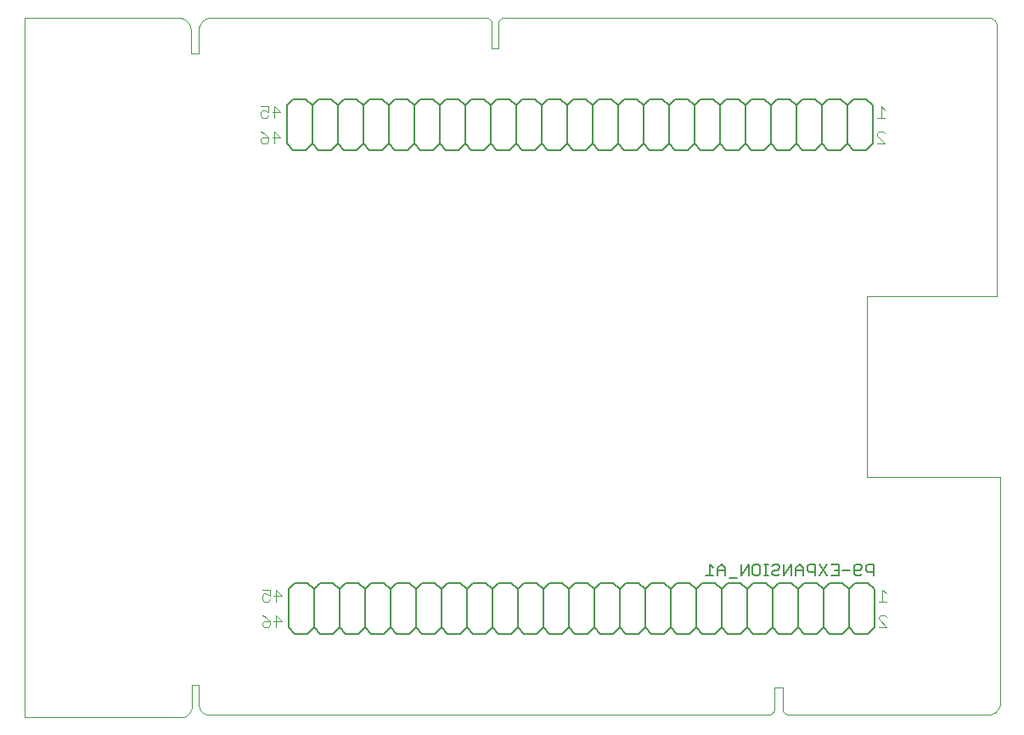
<source format=gbo>
G75*
G70*
%OFA0B0*%
%FSLAX24Y24*%
%IPPOS*%
%LPD*%
%AMOC8*
5,1,8,0,0,1.08239X$1,22.5*
%
%ADD10C,0.0000*%
%ADD11C,0.0060*%
%ADD12C,0.0040*%
%ADD13C,0.0050*%
D10*
X000474Y003346D02*
X006615Y003346D01*
X006616Y003346D02*
X006657Y003350D01*
X006699Y003358D01*
X006739Y003369D01*
X006778Y003384D01*
X006815Y003403D01*
X006851Y003425D01*
X006884Y003450D01*
X006915Y003478D01*
X006944Y003509D01*
X006969Y003542D01*
X006991Y003577D01*
X007010Y003615D01*
X007025Y003654D01*
X007037Y003694D01*
X007044Y003735D01*
X007048Y003777D01*
X007049Y003819D01*
X007049Y004626D01*
X007324Y004626D01*
X007324Y003858D01*
X007323Y003821D01*
X007327Y003784D01*
X007334Y003748D01*
X007344Y003713D01*
X007358Y003679D01*
X007376Y003646D01*
X007396Y003616D01*
X007419Y003587D01*
X007445Y003561D01*
X007474Y003538D01*
X007504Y003517D01*
X007536Y003500D01*
X007570Y003485D01*
X007606Y003475D01*
X007642Y003467D01*
X007678Y003464D01*
X029686Y003464D01*
X029714Y003466D01*
X029742Y003471D01*
X029770Y003479D01*
X029796Y003491D01*
X029820Y003506D01*
X029842Y003523D01*
X029863Y003544D01*
X029880Y003566D01*
X029895Y003590D01*
X029907Y003616D01*
X029915Y003644D01*
X029920Y003672D01*
X029922Y003700D01*
X029923Y003700D02*
X029923Y004527D01*
X030237Y004527D01*
X030237Y003700D01*
X030238Y003700D02*
X030240Y003672D01*
X030245Y003644D01*
X030253Y003616D01*
X030265Y003590D01*
X030280Y003566D01*
X030297Y003544D01*
X030318Y003523D01*
X030340Y003506D01*
X030364Y003491D01*
X030390Y003479D01*
X030418Y003471D01*
X030446Y003466D01*
X030474Y003464D01*
X038249Y003464D01*
X038249Y003465D02*
X038290Y003461D01*
X038332Y003462D01*
X038373Y003465D01*
X038414Y003473D01*
X038454Y003484D01*
X038493Y003498D01*
X038531Y003516D01*
X038566Y003537D01*
X038600Y003561D01*
X038632Y003588D01*
X038661Y003618D01*
X038688Y003650D01*
X038711Y003684D01*
X038732Y003720D01*
X038749Y003758D01*
X038763Y003797D01*
X038773Y003837D01*
X038780Y003878D01*
X038781Y003878D02*
X038781Y012795D01*
X033545Y012795D01*
X033545Y019882D01*
X038663Y019882D01*
X038663Y030511D01*
X038656Y030548D01*
X038645Y030583D01*
X038630Y030617D01*
X038612Y030650D01*
X038591Y030681D01*
X038567Y030709D01*
X038541Y030735D01*
X038512Y030759D01*
X038481Y030779D01*
X038448Y030796D01*
X038413Y030810D01*
X038378Y030820D01*
X038341Y030827D01*
X038304Y030831D01*
X038267Y030830D01*
X038230Y030826D01*
X019273Y030826D01*
X019245Y030819D01*
X019217Y030809D01*
X019192Y030796D01*
X019168Y030780D01*
X019146Y030762D01*
X019126Y030740D01*
X019109Y030717D01*
X019096Y030692D01*
X019085Y030665D01*
X019078Y030637D01*
X019074Y030608D01*
X019073Y030579D01*
X019076Y030551D01*
X019076Y029626D01*
X018820Y029626D01*
X018820Y030551D01*
X018823Y030579D01*
X018822Y030608D01*
X018818Y030637D01*
X018811Y030665D01*
X018800Y030692D01*
X018787Y030717D01*
X018770Y030740D01*
X018750Y030762D01*
X018728Y030780D01*
X018704Y030796D01*
X018679Y030809D01*
X018651Y030819D01*
X018623Y030826D01*
X007797Y030826D01*
X007756Y030824D01*
X007715Y030819D01*
X007675Y030810D01*
X007636Y030798D01*
X007598Y030782D01*
X007561Y030763D01*
X007526Y030741D01*
X007494Y030716D01*
X007463Y030688D01*
X007435Y030657D01*
X007410Y030625D01*
X007388Y030590D01*
X007369Y030553D01*
X007353Y030515D01*
X007341Y030476D01*
X007332Y030436D01*
X007327Y030395D01*
X007325Y030354D01*
X007324Y030354D02*
X007324Y029409D01*
X007009Y029409D01*
X007009Y030354D01*
X007010Y030354D02*
X007006Y030397D01*
X006999Y030439D01*
X006988Y030481D01*
X006973Y030521D01*
X006955Y030560D01*
X006934Y030597D01*
X006909Y030633D01*
X006882Y030666D01*
X006851Y030696D01*
X006819Y030724D01*
X006783Y030749D01*
X006746Y030770D01*
X006707Y030789D01*
X006667Y030804D01*
X006625Y030815D01*
X006583Y030823D01*
X006540Y030826D01*
X006497Y030827D01*
X006497Y030826D02*
X000474Y030826D01*
X000474Y003346D01*
D11*
X010840Y006887D02*
X011090Y006637D01*
X011590Y006637D01*
X011840Y006887D01*
X012090Y006637D01*
X012590Y006637D01*
X012840Y006887D01*
X013090Y006637D01*
X013590Y006637D01*
X013840Y006887D01*
X013840Y008387D01*
X013590Y008637D01*
X013090Y008637D01*
X012840Y008387D01*
X012590Y008637D01*
X012090Y008637D01*
X011840Y008387D01*
X011590Y008637D01*
X011090Y008637D01*
X010840Y008387D01*
X010840Y006887D01*
X011840Y006887D02*
X011840Y008387D01*
X012840Y008387D02*
X012840Y006887D01*
X013840Y006887D02*
X014090Y006637D01*
X014590Y006637D01*
X014840Y006887D01*
X014840Y008387D01*
X014590Y008637D01*
X014090Y008637D01*
X013840Y008387D01*
X014840Y008387D02*
X015090Y008637D01*
X015590Y008637D01*
X015840Y008387D01*
X015840Y006887D01*
X016090Y006637D01*
X016590Y006637D01*
X016840Y006887D01*
X016840Y008387D01*
X016590Y008637D01*
X016090Y008637D01*
X015840Y008387D01*
X016840Y008387D02*
X017090Y008637D01*
X017590Y008637D01*
X017840Y008387D01*
X017840Y006887D01*
X018090Y006637D01*
X018590Y006637D01*
X018840Y006887D01*
X018840Y008387D01*
X018590Y008637D01*
X018090Y008637D01*
X017840Y008387D01*
X018840Y008387D02*
X019090Y008637D01*
X019590Y008637D01*
X019840Y008387D01*
X019840Y006887D01*
X020090Y006637D01*
X020590Y006637D01*
X020840Y006887D01*
X020840Y008387D01*
X020590Y008637D01*
X020090Y008637D01*
X019840Y008387D01*
X020840Y008387D02*
X021090Y008637D01*
X021590Y008637D01*
X021840Y008387D01*
X021840Y006887D01*
X022090Y006637D01*
X022590Y006637D01*
X022840Y006887D01*
X022840Y008387D01*
X022590Y008637D01*
X022090Y008637D01*
X021840Y008387D01*
X022840Y008387D02*
X023090Y008637D01*
X023590Y008637D01*
X023840Y008387D01*
X023840Y006887D01*
X024090Y006637D01*
X024590Y006637D01*
X024840Y006887D01*
X024840Y008387D01*
X024590Y008637D01*
X024090Y008637D01*
X023840Y008387D01*
X024840Y008387D02*
X025090Y008637D01*
X025590Y008637D01*
X025840Y008387D01*
X025840Y006887D01*
X026090Y006637D01*
X026590Y006637D01*
X026840Y006887D01*
X026840Y008387D01*
X026590Y008637D01*
X026090Y008637D01*
X025840Y008387D01*
X026840Y008387D02*
X027090Y008637D01*
X027590Y008637D01*
X027840Y008387D01*
X027840Y006887D01*
X027590Y006637D01*
X027090Y006637D01*
X026840Y006887D01*
X027840Y006887D02*
X028090Y006637D01*
X028590Y006637D01*
X028840Y006887D01*
X028840Y008387D01*
X028590Y008637D01*
X028090Y008637D01*
X027840Y008387D01*
X028840Y008387D02*
X029090Y008637D01*
X029590Y008637D01*
X029840Y008387D01*
X029840Y006887D01*
X029590Y006637D01*
X029090Y006637D01*
X028840Y006887D01*
X029840Y006887D02*
X030090Y006637D01*
X030590Y006637D01*
X030840Y006887D01*
X030840Y008387D01*
X030590Y008637D01*
X030090Y008637D01*
X029840Y008387D01*
X030840Y008387D02*
X031090Y008637D01*
X031590Y008637D01*
X031840Y008387D01*
X031840Y006887D01*
X031590Y006637D01*
X031090Y006637D01*
X030840Y006887D01*
X031840Y006887D02*
X032090Y006637D01*
X032590Y006637D01*
X032840Y006887D01*
X032840Y008387D01*
X032590Y008637D01*
X032090Y008637D01*
X031840Y008387D01*
X032840Y008387D02*
X033090Y008637D01*
X033590Y008637D01*
X033840Y008387D01*
X033840Y006887D01*
X033590Y006637D01*
X033090Y006637D01*
X032840Y006887D01*
X025840Y006887D02*
X025590Y006637D01*
X025090Y006637D01*
X024840Y006887D01*
X023840Y006887D02*
X023590Y006637D01*
X023090Y006637D01*
X022840Y006887D01*
X021840Y006887D02*
X021590Y006637D01*
X021090Y006637D01*
X020840Y006887D01*
X019840Y006887D02*
X019590Y006637D01*
X019090Y006637D01*
X018840Y006887D01*
X017840Y006887D02*
X017590Y006637D01*
X017090Y006637D01*
X016840Y006887D01*
X015840Y006887D02*
X015590Y006637D01*
X015090Y006637D01*
X014840Y006887D01*
X015027Y025630D02*
X015527Y025630D01*
X015777Y025880D01*
X015777Y027380D01*
X015527Y027630D01*
X015027Y027630D01*
X014777Y027380D01*
X014527Y027630D01*
X014027Y027630D01*
X013777Y027380D01*
X013527Y027630D01*
X013027Y027630D01*
X012777Y027380D01*
X012527Y027630D01*
X012027Y027630D01*
X011777Y027380D01*
X011527Y027630D01*
X011027Y027630D01*
X010777Y027380D01*
X010777Y025880D01*
X011027Y025630D01*
X011527Y025630D01*
X011777Y025880D01*
X012027Y025630D01*
X012527Y025630D01*
X012777Y025880D01*
X013027Y025630D01*
X013527Y025630D01*
X013777Y025880D01*
X013777Y027380D01*
X014777Y027380D02*
X014777Y025880D01*
X014527Y025630D01*
X014027Y025630D01*
X013777Y025880D01*
X014777Y025880D02*
X015027Y025630D01*
X015777Y025880D02*
X016027Y025630D01*
X016527Y025630D01*
X016777Y025880D01*
X016777Y027380D01*
X016527Y027630D01*
X016027Y027630D01*
X015777Y027380D01*
X016777Y027380D02*
X017027Y027630D01*
X017527Y027630D01*
X017777Y027380D01*
X017777Y025880D01*
X018027Y025630D01*
X018527Y025630D01*
X018777Y025880D01*
X018777Y027380D01*
X018527Y027630D01*
X018027Y027630D01*
X017777Y027380D01*
X018777Y027380D02*
X019027Y027630D01*
X019527Y027630D01*
X019777Y027380D01*
X019777Y025880D01*
X020027Y025630D01*
X020527Y025630D01*
X020777Y025880D01*
X020777Y027380D01*
X020527Y027630D01*
X020027Y027630D01*
X019777Y027380D01*
X020777Y027380D02*
X021027Y027630D01*
X021527Y027630D01*
X021777Y027380D01*
X021777Y025880D01*
X022027Y025630D01*
X022527Y025630D01*
X022777Y025880D01*
X022777Y027380D01*
X022527Y027630D01*
X022027Y027630D01*
X021777Y027380D01*
X022777Y027380D02*
X023027Y027630D01*
X023527Y027630D01*
X023777Y027380D01*
X023777Y025880D01*
X024027Y025630D01*
X024527Y025630D01*
X024777Y025880D01*
X024777Y027380D01*
X024527Y027630D01*
X024027Y027630D01*
X023777Y027380D01*
X024777Y027380D02*
X025027Y027630D01*
X025527Y027630D01*
X025777Y027380D01*
X025777Y025880D01*
X026027Y025630D01*
X026527Y025630D01*
X026777Y025880D01*
X026777Y027380D01*
X026527Y027630D01*
X026027Y027630D01*
X025777Y027380D01*
X026777Y027380D02*
X027027Y027630D01*
X027527Y027630D01*
X027777Y027380D01*
X027777Y025880D01*
X027527Y025630D01*
X027027Y025630D01*
X026777Y025880D01*
X027777Y025880D02*
X028027Y025630D01*
X028527Y025630D01*
X028777Y025880D01*
X028777Y027380D01*
X028527Y027630D01*
X028027Y027630D01*
X027777Y027380D01*
X028777Y027380D02*
X029027Y027630D01*
X029527Y027630D01*
X029777Y027380D01*
X029777Y025880D01*
X029527Y025630D01*
X029027Y025630D01*
X028777Y025880D01*
X029777Y025880D02*
X030027Y025630D01*
X030527Y025630D01*
X030777Y025880D01*
X030777Y027380D01*
X030527Y027630D01*
X030027Y027630D01*
X029777Y027380D01*
X030777Y027380D02*
X031027Y027630D01*
X031527Y027630D01*
X031777Y027380D01*
X031777Y025880D01*
X031527Y025630D01*
X031027Y025630D01*
X030777Y025880D01*
X031777Y025880D02*
X032027Y025630D01*
X032527Y025630D01*
X032777Y025880D01*
X032777Y027380D01*
X032527Y027630D01*
X032027Y027630D01*
X031777Y027380D01*
X032777Y027380D02*
X033027Y027630D01*
X033527Y027630D01*
X033777Y027380D01*
X033777Y025880D01*
X033527Y025630D01*
X033027Y025630D01*
X032777Y025880D01*
X025777Y025880D02*
X025527Y025630D01*
X025027Y025630D01*
X024777Y025880D01*
X023777Y025880D02*
X023527Y025630D01*
X023027Y025630D01*
X022777Y025880D01*
X021777Y025880D02*
X021527Y025630D01*
X021027Y025630D01*
X020777Y025880D01*
X019777Y025880D02*
X019527Y025630D01*
X019027Y025630D01*
X018777Y025880D01*
X017777Y025880D02*
X017527Y025630D01*
X017027Y025630D01*
X016777Y025880D01*
X012777Y025880D02*
X012777Y027380D01*
X011777Y027380D02*
X011777Y025880D01*
D12*
X010507Y026130D02*
X010200Y026130D01*
X010046Y026130D02*
X009816Y026130D01*
X009740Y026053D01*
X009740Y025976D01*
X009816Y025900D01*
X009970Y025900D01*
X010046Y025976D01*
X010046Y026130D01*
X009893Y026283D01*
X009740Y026360D01*
X009816Y026900D02*
X009740Y026976D01*
X009740Y027130D01*
X009816Y027206D01*
X009893Y027206D01*
X010046Y027130D01*
X010046Y027360D01*
X009740Y027360D01*
X009816Y026900D02*
X009970Y026900D01*
X010046Y026976D01*
X010200Y027130D02*
X010507Y027130D01*
X010277Y027360D01*
X010277Y026900D01*
X010277Y026360D02*
X010507Y026130D01*
X010277Y025900D02*
X010277Y026360D01*
X010340Y008368D02*
X010570Y008138D01*
X010263Y008138D01*
X010109Y008138D02*
X009956Y008214D01*
X009879Y008214D01*
X009803Y008138D01*
X009803Y007984D01*
X009879Y007907D01*
X010033Y007907D01*
X010109Y007984D01*
X010109Y008138D02*
X010109Y008368D01*
X009803Y008368D01*
X010340Y008368D02*
X010340Y007907D01*
X010340Y007368D02*
X010570Y007138D01*
X010263Y007138D01*
X010109Y007138D02*
X009956Y007291D01*
X009803Y007368D01*
X009879Y007138D02*
X009803Y007061D01*
X009803Y006984D01*
X009879Y006907D01*
X010033Y006907D01*
X010109Y006984D01*
X010109Y007138D01*
X009879Y007138D01*
X010340Y006907D02*
X010340Y007368D01*
X034013Y007291D02*
X034090Y007368D01*
X034243Y007368D01*
X034320Y007291D01*
X034013Y007291D02*
X034013Y007214D01*
X034320Y006907D01*
X034013Y006907D01*
X034013Y007907D02*
X034320Y007907D01*
X034166Y007907D02*
X034166Y008368D01*
X034320Y008214D01*
X034257Y025900D02*
X033950Y025900D01*
X033950Y026206D02*
X033950Y026283D01*
X034027Y026360D01*
X034180Y026360D01*
X034257Y026283D01*
X033950Y026206D02*
X034257Y025900D01*
X034257Y026900D02*
X033950Y026900D01*
X034103Y026900D02*
X034103Y027360D01*
X034257Y027206D01*
D13*
X033815Y009363D02*
X033590Y009363D01*
X033515Y009288D01*
X033515Y009138D01*
X033590Y009063D01*
X033815Y009063D01*
X033815Y008912D02*
X033815Y009363D01*
X033354Y009288D02*
X033354Y009213D01*
X033279Y009138D01*
X033054Y009138D01*
X033054Y008988D02*
X033054Y009288D01*
X033129Y009363D01*
X033279Y009363D01*
X033354Y009288D01*
X033354Y008988D02*
X033279Y008912D01*
X033129Y008912D01*
X033054Y008988D01*
X032894Y009138D02*
X032594Y009138D01*
X032434Y009138D02*
X032284Y009138D01*
X032434Y009363D02*
X032434Y008912D01*
X032134Y008912D01*
X031973Y008912D02*
X031673Y009363D01*
X031513Y009363D02*
X031288Y009363D01*
X031213Y009288D01*
X031213Y009138D01*
X031288Y009063D01*
X031513Y009063D01*
X031513Y008912D02*
X031513Y009363D01*
X031973Y009363D02*
X031673Y008912D01*
X031053Y008912D02*
X031053Y009213D01*
X030903Y009363D01*
X030752Y009213D01*
X030752Y008912D01*
X030592Y008912D02*
X030592Y009363D01*
X030292Y008912D01*
X030292Y009363D01*
X030132Y009288D02*
X030132Y009213D01*
X030057Y009138D01*
X029907Y009138D01*
X029832Y009063D01*
X029832Y008988D01*
X029907Y008912D01*
X030057Y008912D01*
X030132Y008988D01*
X030132Y009288D02*
X030057Y009363D01*
X029907Y009363D01*
X029832Y009288D01*
X029672Y009363D02*
X029522Y009363D01*
X029597Y009363D02*
X029597Y008912D01*
X029672Y008912D02*
X029522Y008912D01*
X029365Y008988D02*
X029365Y009288D01*
X029290Y009363D01*
X029140Y009363D01*
X029065Y009288D01*
X029065Y008988D01*
X029140Y008912D01*
X029290Y008912D01*
X029365Y008988D01*
X028904Y008912D02*
X028904Y009363D01*
X028604Y008912D01*
X028604Y009363D01*
X027984Y009213D02*
X027834Y009363D01*
X027683Y009213D01*
X027683Y008912D01*
X027523Y008912D02*
X027223Y008912D01*
X027373Y008912D02*
X027373Y009363D01*
X027523Y009213D01*
X027683Y009138D02*
X027984Y009138D01*
X027984Y009213D02*
X027984Y008912D01*
X028144Y008837D02*
X028444Y008837D01*
X030752Y009138D02*
X031053Y009138D01*
X032134Y009363D02*
X032434Y009363D01*
M02*

</source>
